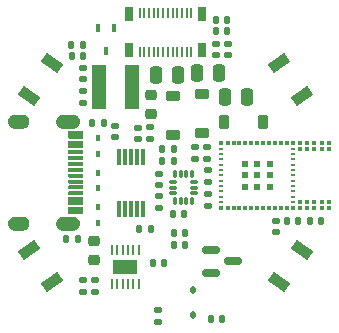
<source format=gbr>
%TF.GenerationSoftware,KiCad,Pcbnew,8.0.7*%
%TF.CreationDate,2025-01-11T23:39:27+09:00*%
%TF.ProjectId,epaper-smart-watch,65706170-6572-42d7-936d-6172742d7761,rev?*%
%TF.SameCoordinates,Original*%
%TF.FileFunction,Paste,Top*%
%TF.FilePolarity,Positive*%
%FSLAX46Y46*%
G04 Gerber Fmt 4.6, Leading zero omitted, Abs format (unit mm)*
G04 Created by KiCad (PCBNEW 8.0.7) date 2025-01-11 23:39:27*
%MOMM*%
%LPD*%
G01*
G04 APERTURE LIST*
G04 Aperture macros list*
%AMRoundRect*
0 Rectangle with rounded corners*
0 $1 Rounding radius*
0 $2 $3 $4 $5 $6 $7 $8 $9 X,Y pos of 4 corners*
0 Add a 4 corners polygon primitive as box body*
4,1,4,$2,$3,$4,$5,$6,$7,$8,$9,$2,$3,0*
0 Add four circle primitives for the rounded corners*
1,1,$1+$1,$2,$3*
1,1,$1+$1,$4,$5*
1,1,$1+$1,$6,$7*
1,1,$1+$1,$8,$9*
0 Add four rect primitives between the rounded corners*
20,1,$1+$1,$2,$3,$4,$5,0*
20,1,$1+$1,$4,$5,$6,$7,0*
20,1,$1+$1,$6,$7,$8,$9,0*
20,1,$1+$1,$8,$9,$2,$3,0*%
%AMRotRect*
0 Rectangle, with rotation*
0 The origin of the aperture is its center*
0 $1 length*
0 $2 width*
0 $3 Rotation angle, in degrees counterclockwise*
0 Add horizontal line*
21,1,$1,$2,0,0,$3*%
G04 Aperture macros list end*
%ADD10C,0.000000*%
%ADD11R,0.400000X0.480000*%
%ADD12RoundRect,0.140000X-0.140000X-0.170000X0.140000X-0.170000X0.140000X0.170000X-0.140000X0.170000X0*%
%ADD13O,2.000000X1.200000*%
%ADD14O,1.800000X1.200000*%
%ADD15R,1.300000X0.300000*%
%ADD16RoundRect,0.150000X-0.587500X-0.150000X0.587500X-0.150000X0.587500X0.150000X-0.587500X0.150000X0*%
%ADD17R,1.200000X3.700000*%
%ADD18R,0.700000X1.200000*%
%ADD19R,0.230000X0.920000*%
%ADD20RoundRect,0.250000X-0.250000X-0.475000X0.250000X-0.475000X0.250000X0.475000X-0.250000X0.475000X0*%
%ADD21RoundRect,0.135000X-0.185000X0.135000X-0.185000X-0.135000X0.185000X-0.135000X0.185000X0.135000X0*%
%ADD22RoundRect,0.135000X0.185000X-0.135000X0.185000X0.135000X-0.185000X0.135000X-0.185000X-0.135000X0*%
%ADD23RoundRect,0.140000X0.170000X-0.140000X0.170000X0.140000X-0.170000X0.140000X-0.170000X-0.140000X0*%
%ADD24RoundRect,0.140000X-0.170000X0.140000X-0.170000X-0.140000X0.170000X-0.140000X0.170000X0.140000X0*%
%ADD25RoundRect,0.135000X-0.135000X-0.185000X0.135000X-0.185000X0.135000X0.185000X-0.135000X0.185000X0*%
%ADD26RoundRect,0.218750X0.256250X-0.218750X0.256250X0.218750X-0.256250X0.218750X-0.256250X-0.218750X0*%
%ADD27RoundRect,0.225000X0.225000X0.375000X-0.225000X0.375000X-0.225000X-0.375000X0.225000X-0.375000X0*%
%ADD28R,0.300000X1.400000*%
%ADD29RoundRect,0.140000X0.140000X0.170000X-0.140000X0.170000X-0.140000X-0.170000X0.140000X-0.170000X0*%
%ADD30RoundRect,0.135000X0.135000X0.185000X-0.135000X0.185000X-0.135000X-0.185000X0.135000X-0.185000X0*%
%ADD31R,0.450000X0.700000*%
%ADD32RotRect,0.900000X1.700000X55.000000*%
%ADD33RoundRect,0.218750X-0.256250X0.218750X-0.256250X-0.218750X0.256250X-0.218750X0.256250X0.218750X0*%
%ADD34RotRect,0.900000X1.700000X125.000000*%
%ADD35RoundRect,0.112500X-0.112500X0.187500X-0.112500X-0.187500X0.112500X-0.187500X0.112500X0.187500X0*%
%ADD36RoundRect,0.225000X0.375000X-0.225000X0.375000X0.225000X-0.375000X0.225000X-0.375000X-0.225000X0*%
%ADD37RoundRect,0.250000X0.250000X0.475000X-0.250000X0.475000X-0.250000X-0.475000X0.250000X-0.475000X0*%
%ADD38RotRect,0.900000X1.700000X305.000000*%
%ADD39RoundRect,0.225000X-0.375000X0.225000X-0.375000X-0.225000X0.375000X-0.225000X0.375000X0.225000X0*%
%ADD40RotRect,0.900000X1.700000X235.000000*%
%ADD41R,0.350000X0.350000*%
%ADD42R,0.300000X0.350000*%
%ADD43R,0.350000X0.250000*%
%ADD44R,0.300000X0.300000*%
%ADD45R,0.600000X0.600000*%
%ADD46RoundRect,0.087500X-0.087500X0.225000X-0.087500X-0.225000X0.087500X-0.225000X0.087500X0.225000X0*%
%ADD47RoundRect,0.087500X-0.225000X0.087500X-0.225000X-0.087500X0.225000X-0.087500X0.225000X0.087500X0*%
%ADD48R,0.250000X0.900000*%
%ADD49R,2.120000X1.310000*%
G04 APERTURE END LIST*
D10*
%TO.C,P1*%
G36*
X136851000Y-94400000D02*
G01*
X135551000Y-94400000D01*
X135551000Y-94100000D01*
X136851000Y-94100000D01*
X136851000Y-94400000D01*
G37*
G36*
X136851000Y-95400000D02*
G01*
X135551000Y-95400000D01*
X135551000Y-95100000D01*
X136851000Y-95100000D01*
X136851000Y-95400000D01*
G37*
G36*
X136851000Y-96400000D02*
G01*
X135551000Y-96400000D01*
X135551000Y-96100000D01*
X136851000Y-96100000D01*
X136851000Y-96400000D01*
G37*
G36*
X136851000Y-97400000D02*
G01*
X135551000Y-97400000D01*
X135551000Y-97100000D01*
X136851000Y-97100000D01*
X136851000Y-97400000D01*
G37*
G36*
X136851000Y-97900000D02*
G01*
X135551000Y-97900000D01*
X135551000Y-97600000D01*
X136851000Y-97600000D01*
X136851000Y-97900000D01*
G37*
G36*
X136851000Y-94900000D02*
G01*
X135551000Y-94900000D01*
X135551000Y-94600000D01*
X136851000Y-94600000D01*
X136851000Y-94900000D01*
G37*
G36*
X136851000Y-95900000D02*
G01*
X135551000Y-95900000D01*
X135551000Y-95600000D01*
X136851000Y-95600000D01*
X136851000Y-95900000D01*
G37*
G36*
X136851000Y-96900000D02*
G01*
X135551000Y-96900000D01*
X135551000Y-96600000D01*
X136851000Y-96600000D01*
X136851000Y-96900000D01*
G37*
G36*
X136851000Y-93600000D02*
G01*
X136851000Y-93900000D01*
X135551000Y-93900000D01*
X135551000Y-93600000D01*
X135551000Y-93300000D01*
X136851000Y-93300000D01*
X136851000Y-93600000D01*
G37*
G36*
X136851000Y-98400000D02*
G01*
X136851000Y-98700000D01*
X135551000Y-98700000D01*
X135551000Y-98400000D01*
X135551000Y-98100000D01*
X136851000Y-98100000D01*
X136851000Y-98400000D01*
G37*
G36*
X136851000Y-99200000D02*
G01*
X136851000Y-99500000D01*
X135551000Y-99500000D01*
X135551000Y-99200000D01*
X135551000Y-98900000D01*
X136851000Y-98900000D01*
X136851000Y-99200000D01*
G37*
G36*
X136851000Y-92800000D02*
G01*
X136851000Y-93100000D01*
X135551000Y-93100000D01*
X135551000Y-92800000D01*
X135551000Y-92500000D01*
X136851000Y-92500000D01*
X136851000Y-92800000D01*
G37*
G36*
X131701000Y-91081000D02*
G01*
X131731000Y-91083000D01*
X131760000Y-91087000D01*
X131790000Y-91092000D01*
X131819000Y-91099000D01*
X131848000Y-91107000D01*
X131876000Y-91116000D01*
X131904000Y-91127000D01*
X131931000Y-91139000D01*
X131958000Y-91153000D01*
X131984000Y-91168000D01*
X132009000Y-91184000D01*
X132033000Y-91202000D01*
X132057000Y-91220000D01*
X132079000Y-91240000D01*
X132100000Y-91261000D01*
X132121000Y-91283000D01*
X132140000Y-91306000D01*
X132158000Y-91330000D01*
X132175000Y-91354000D01*
X132191000Y-91380000D01*
X132205000Y-91406000D01*
X132218000Y-91433000D01*
X132229000Y-91461000D01*
X132240000Y-91489000D01*
X132249000Y-91517000D01*
X132256000Y-91546000D01*
X132262000Y-91576000D01*
X132266000Y-91605000D01*
X132269000Y-91635000D01*
X132271000Y-91665000D01*
X132271000Y-91695000D01*
X132269000Y-91725000D01*
X132266000Y-91755000D01*
X132262000Y-91784000D01*
X132256000Y-91813000D01*
X132249000Y-91842000D01*
X132240000Y-91871000D01*
X132229000Y-91899000D01*
X132218000Y-91927000D01*
X132205000Y-91954000D01*
X132191000Y-91980000D01*
X132175000Y-92005000D01*
X132158000Y-92030000D01*
X132140000Y-92054000D01*
X132121000Y-92077000D01*
X132100000Y-92099000D01*
X132079000Y-92120000D01*
X132057000Y-92140000D01*
X132033000Y-92158000D01*
X132009000Y-92176000D01*
X131984000Y-92192000D01*
X131958000Y-92207000D01*
X131931000Y-92221000D01*
X131904000Y-92233000D01*
X131876000Y-92244000D01*
X131848000Y-92253000D01*
X131819000Y-92261000D01*
X131790000Y-92268000D01*
X131760000Y-92273000D01*
X131731000Y-92277000D01*
X131701000Y-92279000D01*
X131671000Y-92280000D01*
X131071000Y-92280000D01*
X131041000Y-92279000D01*
X131011000Y-92277000D01*
X130982000Y-92273000D01*
X130952000Y-92268000D01*
X130923000Y-92261000D01*
X130894000Y-92253000D01*
X130866000Y-92244000D01*
X130838000Y-92233000D01*
X130811000Y-92221000D01*
X130784000Y-92207000D01*
X130758000Y-92192000D01*
X130733000Y-92176000D01*
X130709000Y-92158000D01*
X130685000Y-92140000D01*
X130663000Y-92120000D01*
X130641000Y-92099000D01*
X130621000Y-92077000D01*
X130602000Y-92054000D01*
X130584000Y-92030000D01*
X130567000Y-92005000D01*
X130551000Y-91980000D01*
X130537000Y-91954000D01*
X130524000Y-91927000D01*
X130512000Y-91899000D01*
X130502000Y-91871000D01*
X130493000Y-91842000D01*
X130486000Y-91813000D01*
X130480000Y-91784000D01*
X130476000Y-91755000D01*
X130473000Y-91725000D01*
X130471000Y-91695000D01*
X130471000Y-91665000D01*
X130473000Y-91635000D01*
X130476000Y-91605000D01*
X130480000Y-91576000D01*
X130486000Y-91546000D01*
X130493000Y-91517000D01*
X130502000Y-91489000D01*
X130512000Y-91461000D01*
X130524000Y-91433000D01*
X130537000Y-91406000D01*
X130551000Y-91380000D01*
X130567000Y-91354000D01*
X130584000Y-91330000D01*
X130602000Y-91306000D01*
X130621000Y-91283000D01*
X130641000Y-91261000D01*
X130663000Y-91240000D01*
X130685000Y-91220000D01*
X130709000Y-91202000D01*
X130733000Y-91184000D01*
X130758000Y-91168000D01*
X130784000Y-91153000D01*
X130811000Y-91139000D01*
X130838000Y-91127000D01*
X130866000Y-91116000D01*
X130894000Y-91107000D01*
X130923000Y-91099000D01*
X130952000Y-91092000D01*
X130982000Y-91087000D01*
X131011000Y-91083000D01*
X131041000Y-91081000D01*
X131071000Y-91080000D01*
X131671000Y-91080000D01*
X131701000Y-91081000D01*
G37*
G36*
X131701000Y-99721000D02*
G01*
X131731000Y-99723000D01*
X131760000Y-99727000D01*
X131790000Y-99732000D01*
X131819000Y-99739000D01*
X131848000Y-99747000D01*
X131876000Y-99756000D01*
X131904000Y-99767000D01*
X131931000Y-99779000D01*
X131958000Y-99793000D01*
X131984000Y-99808000D01*
X132009000Y-99824000D01*
X132033000Y-99842000D01*
X132057000Y-99860000D01*
X132079000Y-99880000D01*
X132100000Y-99901000D01*
X132121000Y-99923000D01*
X132140000Y-99946000D01*
X132158000Y-99970000D01*
X132175000Y-99995000D01*
X132191000Y-100020000D01*
X132205000Y-100046000D01*
X132218000Y-100073000D01*
X132229000Y-100101000D01*
X132240000Y-100129000D01*
X132249000Y-100158000D01*
X132256000Y-100187000D01*
X132262000Y-100216000D01*
X132266000Y-100245000D01*
X132269000Y-100275000D01*
X132271000Y-100305000D01*
X132271000Y-100335000D01*
X132269000Y-100365000D01*
X132266000Y-100395000D01*
X132262000Y-100424000D01*
X132256000Y-100454000D01*
X132249000Y-100483000D01*
X132240000Y-100511000D01*
X132229000Y-100539000D01*
X132218000Y-100567000D01*
X132205000Y-100594000D01*
X132191000Y-100620000D01*
X132175000Y-100646000D01*
X132158000Y-100670000D01*
X132140000Y-100694000D01*
X132121000Y-100717000D01*
X132100000Y-100739000D01*
X132079000Y-100760000D01*
X132057000Y-100780000D01*
X132033000Y-100798000D01*
X132009000Y-100816000D01*
X131984000Y-100832000D01*
X131958000Y-100847000D01*
X131931000Y-100861000D01*
X131904000Y-100873000D01*
X131876000Y-100884000D01*
X131848000Y-100893000D01*
X131819000Y-100901000D01*
X131790000Y-100908000D01*
X131760000Y-100913000D01*
X131731000Y-100917000D01*
X131701000Y-100919000D01*
X131671000Y-100920000D01*
X131071000Y-100920000D01*
X131041000Y-100919000D01*
X131011000Y-100917000D01*
X130982000Y-100913000D01*
X130952000Y-100908000D01*
X130923000Y-100901000D01*
X130894000Y-100893000D01*
X130866000Y-100884000D01*
X130838000Y-100873000D01*
X130811000Y-100861000D01*
X130784000Y-100847000D01*
X130758000Y-100832000D01*
X130733000Y-100816000D01*
X130709000Y-100798000D01*
X130685000Y-100780000D01*
X130663000Y-100760000D01*
X130641000Y-100739000D01*
X130621000Y-100717000D01*
X130602000Y-100694000D01*
X130584000Y-100670000D01*
X130567000Y-100646000D01*
X130551000Y-100620000D01*
X130537000Y-100594000D01*
X130524000Y-100567000D01*
X130512000Y-100539000D01*
X130502000Y-100511000D01*
X130493000Y-100483000D01*
X130486000Y-100454000D01*
X130480000Y-100424000D01*
X130476000Y-100395000D01*
X130473000Y-100365000D01*
X130471000Y-100335000D01*
X130471000Y-100305000D01*
X130473000Y-100275000D01*
X130476000Y-100245000D01*
X130480000Y-100216000D01*
X130486000Y-100187000D01*
X130493000Y-100158000D01*
X130502000Y-100129000D01*
X130512000Y-100101000D01*
X130524000Y-100073000D01*
X130537000Y-100046000D01*
X130551000Y-100020000D01*
X130567000Y-99995000D01*
X130584000Y-99970000D01*
X130602000Y-99946000D01*
X130621000Y-99923000D01*
X130641000Y-99901000D01*
X130663000Y-99880000D01*
X130685000Y-99860000D01*
X130709000Y-99842000D01*
X130733000Y-99824000D01*
X130758000Y-99808000D01*
X130784000Y-99793000D01*
X130811000Y-99779000D01*
X130838000Y-99767000D01*
X130866000Y-99756000D01*
X130894000Y-99747000D01*
X130923000Y-99739000D01*
X130952000Y-99732000D01*
X130982000Y-99727000D01*
X131011000Y-99723000D01*
X131041000Y-99721000D01*
X131071000Y-99720000D01*
X131671000Y-99720000D01*
X131701000Y-99721000D01*
G37*
G36*
X135981000Y-91081000D02*
G01*
X136011000Y-91083000D01*
X136040000Y-91087000D01*
X136070000Y-91092000D01*
X136099000Y-91099000D01*
X136128000Y-91107000D01*
X136156000Y-91116000D01*
X136184000Y-91127000D01*
X136211000Y-91139000D01*
X136238000Y-91153000D01*
X136264000Y-91168000D01*
X136289000Y-91184000D01*
X136313000Y-91202000D01*
X136337000Y-91220000D01*
X136359000Y-91240000D01*
X136381000Y-91261000D01*
X136401000Y-91283000D01*
X136420000Y-91306000D01*
X136438000Y-91330000D01*
X136455000Y-91354000D01*
X136471000Y-91380000D01*
X136485000Y-91406000D01*
X136498000Y-91433000D01*
X136510000Y-91461000D01*
X136520000Y-91489000D01*
X136529000Y-91517000D01*
X136536000Y-91546000D01*
X136542000Y-91576000D01*
X136546000Y-91605000D01*
X136549000Y-91635000D01*
X136551000Y-91665000D01*
X136551000Y-91695000D01*
X136549000Y-91725000D01*
X136546000Y-91755000D01*
X136542000Y-91784000D01*
X136536000Y-91813000D01*
X136529000Y-91842000D01*
X136520000Y-91871000D01*
X136510000Y-91899000D01*
X136498000Y-91927000D01*
X136485000Y-91954000D01*
X136471000Y-91980000D01*
X136455000Y-92005000D01*
X136438000Y-92030000D01*
X136420000Y-92054000D01*
X136401000Y-92077000D01*
X136381000Y-92099000D01*
X136359000Y-92120000D01*
X136337000Y-92140000D01*
X136313000Y-92158000D01*
X136289000Y-92176000D01*
X136264000Y-92192000D01*
X136238000Y-92207000D01*
X136211000Y-92221000D01*
X136184000Y-92233000D01*
X136156000Y-92244000D01*
X136128000Y-92253000D01*
X136099000Y-92261000D01*
X136070000Y-92268000D01*
X136040000Y-92273000D01*
X136011000Y-92277000D01*
X135981000Y-92279000D01*
X135951000Y-92280000D01*
X135151000Y-92280000D01*
X135121000Y-92279000D01*
X135091000Y-92277000D01*
X135062000Y-92273000D01*
X135032000Y-92268000D01*
X135003000Y-92261000D01*
X134974000Y-92253000D01*
X134946000Y-92244000D01*
X134918000Y-92233000D01*
X134891000Y-92221000D01*
X134864000Y-92207000D01*
X134838000Y-92192000D01*
X134813000Y-92176000D01*
X134789000Y-92158000D01*
X134765000Y-92140000D01*
X134743000Y-92120000D01*
X134722000Y-92099000D01*
X134701000Y-92077000D01*
X134682000Y-92054000D01*
X134664000Y-92030000D01*
X134647000Y-92005000D01*
X134631000Y-91980000D01*
X134617000Y-91954000D01*
X134604000Y-91927000D01*
X134593000Y-91899000D01*
X134582000Y-91871000D01*
X134573000Y-91842000D01*
X134566000Y-91813000D01*
X134560000Y-91784000D01*
X134556000Y-91755000D01*
X134553000Y-91725000D01*
X134551000Y-91695000D01*
X134551000Y-91665000D01*
X134553000Y-91635000D01*
X134556000Y-91605000D01*
X134560000Y-91576000D01*
X134566000Y-91546000D01*
X134573000Y-91517000D01*
X134582000Y-91489000D01*
X134593000Y-91461000D01*
X134604000Y-91433000D01*
X134617000Y-91406000D01*
X134631000Y-91380000D01*
X134647000Y-91354000D01*
X134664000Y-91330000D01*
X134682000Y-91306000D01*
X134701000Y-91283000D01*
X134722000Y-91261000D01*
X134743000Y-91240000D01*
X134765000Y-91220000D01*
X134789000Y-91202000D01*
X134813000Y-91184000D01*
X134838000Y-91168000D01*
X134864000Y-91153000D01*
X134891000Y-91139000D01*
X134918000Y-91127000D01*
X134946000Y-91116000D01*
X134974000Y-91107000D01*
X135003000Y-91099000D01*
X135032000Y-91092000D01*
X135062000Y-91087000D01*
X135091000Y-91083000D01*
X135121000Y-91081000D01*
X135151000Y-91080000D01*
X135951000Y-91080000D01*
X135981000Y-91081000D01*
G37*
G36*
X135981000Y-99721000D02*
G01*
X136011000Y-99723000D01*
X136040000Y-99727000D01*
X136070000Y-99732000D01*
X136099000Y-99739000D01*
X136128000Y-99747000D01*
X136156000Y-99756000D01*
X136184000Y-99767000D01*
X136211000Y-99779000D01*
X136238000Y-99793000D01*
X136264000Y-99808000D01*
X136289000Y-99824000D01*
X136313000Y-99842000D01*
X136337000Y-99860000D01*
X136359000Y-99880000D01*
X136381000Y-99901000D01*
X136401000Y-99923000D01*
X136420000Y-99946000D01*
X136438000Y-99970000D01*
X136455000Y-99995000D01*
X136471000Y-100020000D01*
X136485000Y-100046000D01*
X136498000Y-100073000D01*
X136510000Y-100101000D01*
X136520000Y-100129000D01*
X136529000Y-100158000D01*
X136536000Y-100187000D01*
X136542000Y-100216000D01*
X136546000Y-100245000D01*
X136549000Y-100275000D01*
X136551000Y-100305000D01*
X136551000Y-100335000D01*
X136549000Y-100365000D01*
X136546000Y-100395000D01*
X136542000Y-100424000D01*
X136536000Y-100454000D01*
X136529000Y-100483000D01*
X136520000Y-100511000D01*
X136510000Y-100539000D01*
X136498000Y-100567000D01*
X136485000Y-100594000D01*
X136471000Y-100620000D01*
X136455000Y-100646000D01*
X136438000Y-100670000D01*
X136420000Y-100694000D01*
X136401000Y-100717000D01*
X136381000Y-100739000D01*
X136359000Y-100760000D01*
X136337000Y-100780000D01*
X136313000Y-100798000D01*
X136289000Y-100816000D01*
X136264000Y-100832000D01*
X136238000Y-100847000D01*
X136211000Y-100861000D01*
X136184000Y-100873000D01*
X136156000Y-100884000D01*
X136128000Y-100893000D01*
X136099000Y-100901000D01*
X136070000Y-100908000D01*
X136040000Y-100913000D01*
X136011000Y-100917000D01*
X135981000Y-100919000D01*
X135951000Y-100920000D01*
X135151000Y-100920000D01*
X135121000Y-100919000D01*
X135091000Y-100917000D01*
X135062000Y-100913000D01*
X135032000Y-100908000D01*
X135003000Y-100901000D01*
X134974000Y-100893000D01*
X134946000Y-100884000D01*
X134918000Y-100873000D01*
X134891000Y-100861000D01*
X134864000Y-100847000D01*
X134838000Y-100832000D01*
X134813000Y-100816000D01*
X134789000Y-100798000D01*
X134765000Y-100780000D01*
X134743000Y-100760000D01*
X134722000Y-100739000D01*
X134701000Y-100717000D01*
X134682000Y-100694000D01*
X134664000Y-100670000D01*
X134647000Y-100646000D01*
X134631000Y-100620000D01*
X134617000Y-100594000D01*
X134604000Y-100567000D01*
X134593000Y-100539000D01*
X134582000Y-100511000D01*
X134573000Y-100483000D01*
X134566000Y-100454000D01*
X134560000Y-100424000D01*
X134556000Y-100395000D01*
X134553000Y-100365000D01*
X134551000Y-100335000D01*
X134551000Y-100305000D01*
X134553000Y-100275000D01*
X134556000Y-100245000D01*
X134560000Y-100216000D01*
X134566000Y-100187000D01*
X134573000Y-100158000D01*
X134582000Y-100129000D01*
X134593000Y-100101000D01*
X134604000Y-100073000D01*
X134617000Y-100046000D01*
X134631000Y-100020000D01*
X134647000Y-99995000D01*
X134664000Y-99970000D01*
X134682000Y-99946000D01*
X134701000Y-99923000D01*
X134722000Y-99901000D01*
X134743000Y-99880000D01*
X134765000Y-99860000D01*
X134789000Y-99842000D01*
X134813000Y-99824000D01*
X134838000Y-99808000D01*
X134864000Y-99793000D01*
X134891000Y-99779000D01*
X134918000Y-99767000D01*
X134946000Y-99756000D01*
X134974000Y-99747000D01*
X135003000Y-99739000D01*
X135032000Y-99732000D01*
X135062000Y-99727000D01*
X135091000Y-99723000D01*
X135121000Y-99721000D01*
X135151000Y-99720000D01*
X135951000Y-99720000D01*
X135981000Y-99721000D01*
G37*
%TD*%
D11*
%TO.C,D1*%
X138049000Y-93091000D03*
X138049000Y-94411000D03*
%TD*%
D12*
%TO.C,C21*%
X156000000Y-100070000D03*
X156960000Y-100070000D03*
%TD*%
D13*
%TO.C,P1*%
X135551000Y-91680000D03*
X135551000Y-100320000D03*
D14*
X131371000Y-91680000D03*
X131371000Y-100320000D03*
D15*
X136201000Y-92650000D03*
X136201000Y-93450000D03*
X136201000Y-94750000D03*
X136201000Y-95750000D03*
X136201000Y-96250000D03*
X136201000Y-97250000D03*
X136201000Y-98550000D03*
X136201000Y-99350000D03*
X136201000Y-99050000D03*
X136201000Y-98250000D03*
X136201000Y-97750000D03*
X136201000Y-96750000D03*
X136201000Y-95250000D03*
X136201000Y-94250000D03*
X136201000Y-93750000D03*
X136201000Y-92950000D03*
%TD*%
D16*
%TO.C,Q1*%
X147662500Y-102555000D03*
X147662500Y-104455000D03*
X149537500Y-103505000D03*
%TD*%
D17*
%TO.C,L1*%
X138170000Y-88750000D03*
X140970000Y-88750000D03*
%TD*%
D18*
%TO.C,J1*%
X140700000Y-82600000D03*
X140700000Y-85600000D03*
X146900000Y-82600000D03*
X146900000Y-85600000D03*
D19*
X146000000Y-82460000D03*
X146000000Y-85740000D03*
X145600000Y-82460000D03*
X145600000Y-85740000D03*
X145200000Y-82460000D03*
X145200000Y-85740000D03*
X144800000Y-82460000D03*
X144800000Y-85740000D03*
X144400000Y-82460000D03*
X144400000Y-85740000D03*
X144000000Y-82460000D03*
X144000000Y-85740000D03*
X143600000Y-82460000D03*
X143600000Y-85740000D03*
X143200000Y-82460000D03*
X143200000Y-85740000D03*
X142800000Y-82460000D03*
X142800000Y-85740000D03*
X142400000Y-82460000D03*
X142400000Y-85740000D03*
X142000000Y-82460000D03*
X142000000Y-85740000D03*
X141600000Y-82460000D03*
X141600000Y-85740000D03*
%TD*%
D12*
%TO.C,C4*%
X148070000Y-83100000D03*
X149030000Y-83100000D03*
%TD*%
D20*
%TO.C,C11*%
X148800000Y-89550000D03*
X150700000Y-89550000D03*
%TD*%
D11*
%TO.C,D4*%
X138049000Y-100253000D03*
X138049000Y-98933000D03*
%TD*%
D21*
%TO.C,R2*%
X147410000Y-97830000D03*
X147410000Y-98850000D03*
%TD*%
D22*
%TO.C,R1*%
X137860000Y-106070000D03*
X137860000Y-105050000D03*
%TD*%
D23*
%TO.C,C15*%
X141470000Y-93140000D03*
X141470000Y-92180000D03*
%TD*%
D12*
%TO.C,C14*%
X144520000Y-101100000D03*
X145480000Y-101100000D03*
%TD*%
D24*
%TO.C,C25*%
X143225000Y-96120000D03*
X143225000Y-97080000D03*
%TD*%
%TO.C,C12*%
X143180000Y-107660000D03*
X143180000Y-108620000D03*
%TD*%
D23*
%TO.C,C16*%
X146300000Y-94800000D03*
X146300000Y-93840000D03*
%TD*%
D12*
%TO.C,C13*%
X142740000Y-103650000D03*
X143700000Y-103650000D03*
%TD*%
D25*
%TO.C,R15*%
X143500000Y-94000000D03*
X144520000Y-94000000D03*
%TD*%
D26*
%TO.C,D2*%
X137760000Y-103357500D03*
X137760000Y-101782500D03*
%TD*%
D27*
%TO.C,D5*%
X152050000Y-91700000D03*
X148750000Y-91700000D03*
%TD*%
D28*
%TO.C,U1*%
X139900000Y-99100000D03*
X140400000Y-99100000D03*
X140900000Y-99100000D03*
X141400000Y-99100000D03*
X141900000Y-99100000D03*
X141900000Y-94700000D03*
X141400000Y-94700000D03*
X140900000Y-94700000D03*
X140400000Y-94700000D03*
X139900000Y-94700000D03*
%TD*%
D22*
%TO.C,R9*%
X136850000Y-106080000D03*
X136850000Y-105060000D03*
%TD*%
D29*
%TO.C,C8*%
X136830000Y-86150000D03*
X135870000Y-86150000D03*
%TD*%
D24*
%TO.C,C19*%
X153130000Y-100060000D03*
X153130000Y-101020000D03*
%TD*%
%TO.C,C2*%
X136800000Y-89120000D03*
X136800000Y-90080000D03*
%TD*%
D12*
%TO.C,C22*%
X144520000Y-102100000D03*
X145480000Y-102100000D03*
%TD*%
D30*
%TO.C,R3*%
X136400000Y-101580000D03*
X135380000Y-101580000D03*
%TD*%
D12*
%TO.C,C20*%
X154090000Y-100080000D03*
X155050000Y-100080000D03*
%TD*%
D31*
%TO.C,Q3*%
X139400000Y-83720000D03*
X138100000Y-83720000D03*
X138750000Y-85720000D03*
%TD*%
D22*
%TO.C,R14*%
X142460000Y-93190000D03*
X142460000Y-92170000D03*
%TD*%
D32*
%TO.C,SW1*%
X132224920Y-89492558D03*
X134175080Y-86707442D03*
%TD*%
D33*
%TO.C,D6*%
X142560000Y-89442500D03*
X142560000Y-91017500D03*
%TD*%
D25*
%TO.C,R4*%
X137537000Y-91821000D03*
X138557000Y-91821000D03*
%TD*%
D23*
%TO.C,C1*%
X136800000Y-88100000D03*
X136800000Y-87140000D03*
%TD*%
D34*
%TO.C,SW4*%
X134175080Y-105292558D03*
X132224920Y-102507442D03*
%TD*%
D25*
%TO.C,R16*%
X143480000Y-95000000D03*
X144500000Y-95000000D03*
%TD*%
D11*
%TO.C,D3*%
X138049000Y-97332000D03*
X138049000Y-96012000D03*
%TD*%
D23*
%TO.C,C9*%
X147300000Y-94800000D03*
X147300000Y-93840000D03*
%TD*%
D35*
%TO.C,D9*%
X146150000Y-105942500D03*
X146150000Y-108042500D03*
%TD*%
D36*
%TO.C,D8*%
X146850000Y-92600000D03*
X146850000Y-89300000D03*
%TD*%
D37*
%TO.C,C3*%
X144860000Y-87770000D03*
X142960000Y-87770000D03*
%TD*%
D38*
%TO.C,SW2*%
X153424920Y-86707442D03*
X155375080Y-89492558D03*
%TD*%
D23*
%TO.C,C24*%
X143225000Y-98960000D03*
X143225000Y-98000000D03*
%TD*%
D24*
%TO.C,C7*%
X148082000Y-85070000D03*
X148082000Y-86030000D03*
%TD*%
D12*
%TO.C,C23*%
X147660000Y-108400000D03*
X148620000Y-108400000D03*
%TD*%
D25*
%TO.C,R6*%
X135830000Y-85150000D03*
X136850000Y-85150000D03*
%TD*%
D12*
%TO.C,C18*%
X144420000Y-99500000D03*
X145380000Y-99500000D03*
%TD*%
D39*
%TO.C,D7*%
X144450000Y-89480000D03*
X144450000Y-92780000D03*
%TD*%
D21*
%TO.C,R7*%
X147406019Y-95750666D03*
X147406019Y-96770666D03*
%TD*%
D24*
%TO.C,C6*%
X149100000Y-85070000D03*
X149100000Y-86030000D03*
%TD*%
D20*
%TO.C,C10*%
X146450000Y-87550000D03*
X148350000Y-87550000D03*
%TD*%
D12*
%TO.C,C5*%
X148080000Y-84030000D03*
X149040000Y-84030000D03*
%TD*%
D40*
%TO.C,SW3*%
X155375080Y-102507442D03*
X153424920Y-105292558D03*
%TD*%
D41*
%TO.C,U2*%
X157610000Y-93460000D03*
D42*
X157010000Y-93460000D03*
X156410000Y-93460000D03*
X155810000Y-93460000D03*
X155210000Y-93460000D03*
X154600000Y-93460000D03*
X154070000Y-93460000D03*
X153570000Y-93460000D03*
X153070000Y-93460000D03*
X152570000Y-93460000D03*
X152070000Y-93460000D03*
X151570000Y-93460000D03*
X151060000Y-93460000D03*
X150560000Y-93460000D03*
X150060000Y-93460000D03*
X149560000Y-93460000D03*
X149060000Y-93460000D03*
D41*
X148530000Y-93460000D03*
D43*
X148530000Y-93980000D03*
X148530000Y-94430000D03*
X148530000Y-94880000D03*
X148530000Y-95330000D03*
X148530000Y-95780000D03*
X148530000Y-96230000D03*
X148530000Y-96680000D03*
X148530000Y-97130000D03*
X148530000Y-97580000D03*
X148530000Y-98030000D03*
X148530000Y-98480000D03*
D41*
X148530000Y-99000000D03*
D42*
X149060000Y-99000000D03*
X149560000Y-99000000D03*
X150060000Y-99000000D03*
X150560000Y-99000000D03*
X151060000Y-99000000D03*
X151570000Y-99000000D03*
X152070000Y-99000000D03*
X152570000Y-99000000D03*
X153070000Y-99000000D03*
X153570000Y-99000000D03*
X154070000Y-99000000D03*
X154600000Y-99000000D03*
X155210000Y-99000000D03*
X155810000Y-99000000D03*
X156410000Y-99000000D03*
X157010000Y-99000000D03*
X157610000Y-99000000D03*
D44*
X157610000Y-98480000D03*
X157010000Y-98480000D03*
X156410000Y-98480000D03*
X155810000Y-98480000D03*
X155210000Y-98480000D03*
D43*
X154600000Y-98480000D03*
X154600000Y-98030000D03*
X154600000Y-97580000D03*
X154600000Y-97130000D03*
X154600000Y-96680000D03*
X154600000Y-96230000D03*
X154600000Y-95780000D03*
X154600000Y-95330000D03*
X154600000Y-94880000D03*
X154600000Y-94430000D03*
X154600000Y-93980000D03*
D44*
X155210000Y-93980000D03*
X155810000Y-93980000D03*
X156410000Y-93980000D03*
X157010000Y-93980000D03*
X157610000Y-93980000D03*
D45*
X152620000Y-95280000D03*
X151570000Y-95280000D03*
X150520000Y-95280000D03*
X150520000Y-96230000D03*
X151570000Y-96230000D03*
X152620000Y-96230000D03*
X152620000Y-97180000D03*
X151570000Y-97180000D03*
X150520000Y-97180000D03*
%TD*%
D30*
%TO.C,R5*%
X142560000Y-100800000D03*
X141540000Y-100800000D03*
%TD*%
D23*
%TO.C,C17*%
X139500000Y-93020000D03*
X139500000Y-92060000D03*
%TD*%
D46*
%TO.C,U3*%
X146070000Y-96097500D03*
X145570000Y-96097500D03*
X145070000Y-96097500D03*
X144570000Y-96097500D03*
D47*
X144407500Y-96760000D03*
X144407500Y-97260000D03*
X144407500Y-97760000D03*
D46*
X144570000Y-98422500D03*
X145070000Y-98422500D03*
X145570000Y-98422500D03*
X146070000Y-98422500D03*
D47*
X146232500Y-97760000D03*
X146232500Y-97260000D03*
X146232500Y-96760000D03*
%TD*%
D48*
%TO.C,PS1*%
X141525000Y-102550000D03*
X141075000Y-102550000D03*
X140625000Y-102550000D03*
X140175000Y-102550000D03*
X139725000Y-102550000D03*
X139275000Y-102550000D03*
X139275000Y-105450000D03*
X139725000Y-105450000D03*
X140175000Y-105450000D03*
X140625000Y-105450000D03*
X141075000Y-105450000D03*
X141525000Y-105450000D03*
D49*
X140400000Y-104000000D03*
%TD*%
M02*

</source>
